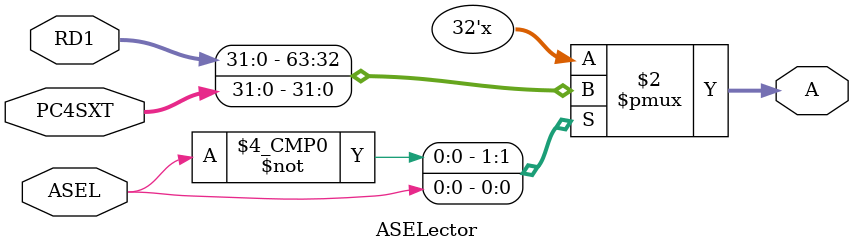
<source format=v>
`timescale 1ns / 1ps

module ASELector(
	input ASEL,
	input [31:0] RD1,
	input [31:0] PC4SXT,
	output reg [31:0] A);

 always @(*)
 begin
	case(ASEL)
		1'b0 : A = RD1;
		1'b1 : A = PC4SXT;
	endcase
 end
endmodule

</source>
